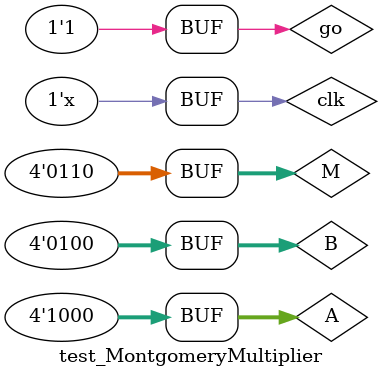
<source format=v>
`timescale 1ns / 1ps

`define BITS 4
module test_MontgomeryMultiplier;

	// Inputs
	reg [`BITS - 1:0] A;
	reg [`BITS - 1:0] B;
	reg [`BITS - 1:0] M;
	reg clk;
	reg go;

	// Outputs
	wire done;
	wire [`BITS - 1:0] S;

	// Instantiate the Unit Under Test (UUT)
	MontgomeryMultiplier uut (
		.A(A), 
		.B(B), 
		.M(M), 
		.clk(clk), 
		.go(go), 
		.done(done), 
		.S(S)
	);

	always #5 clk = ~clk; // 100 Mhz
	initial begin
		// Initialize Inputs
		A = 0;
		B = 0;
		M = 0;		
		go = 0;
		clk = 0;
		
		// Wait 100 ns for global reset to finish
		#100;
      A = 8;
		B = 4;
		M = 6;
		#20;	
		go = 1;
		
		// Add stimulus here

	end
      
endmodule


</source>
